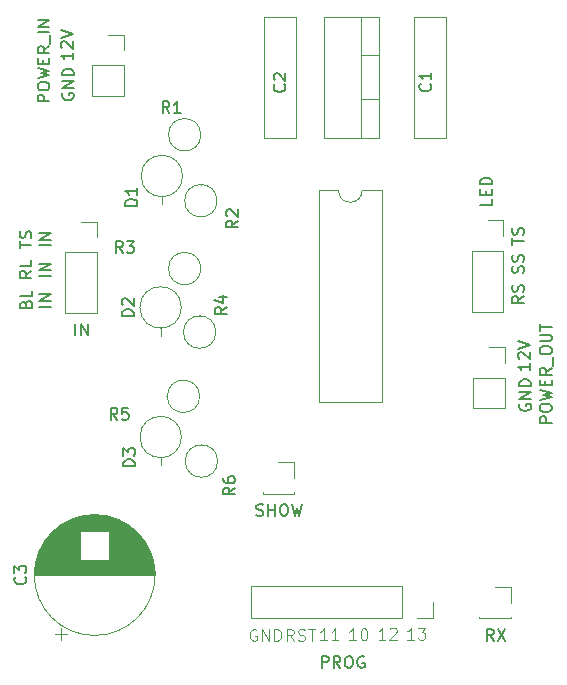
<source format=gto>
G04 #@! TF.GenerationSoftware,KiCad,Pcbnew,7.0.7*
G04 #@! TF.CreationDate,2023-09-08T10:26:21-07:00*
G04 #@! TF.ProjectId,TailLights,5461696c-4c69-4676-9874-732e6b696361,rev?*
G04 #@! TF.SameCoordinates,Original*
G04 #@! TF.FileFunction,Legend,Top*
G04 #@! TF.FilePolarity,Positive*
%FSLAX46Y46*%
G04 Gerber Fmt 4.6, Leading zero omitted, Abs format (unit mm)*
G04 Created by KiCad (PCBNEW 7.0.7) date 2023-09-08 10:26:21*
%MOMM*%
%LPD*%
G01*
G04 APERTURE LIST*
%ADD10C,0.150000*%
%ADD11C,0.125000*%
%ADD12C,0.120000*%
%ADD13C,1.600000*%
%ADD14O,1.600000X1.600000*%
%ADD15R,1.700000X1.700000*%
%ADD16O,1.700000X1.700000*%
%ADD17C,2.200000*%
%ADD18R,2.000000X2.000000*%
%ADD19C,2.000000*%
%ADD20R,1.600000X1.600000*%
%ADD21R,2.000000X1.905000*%
%ADD22O,2.000000X1.905000*%
%ADD23R,2.200000X2.200000*%
%ADD24O,2.200000X2.200000*%
G04 APERTURE END LIST*
D10*
X58797819Y-39576211D02*
X58797819Y-40147639D01*
X58797819Y-39861925D02*
X57797819Y-39861925D01*
X57797819Y-39861925D02*
X57940676Y-39957163D01*
X57940676Y-39957163D02*
X58035914Y-40052401D01*
X58035914Y-40052401D02*
X58083533Y-40147639D01*
X57893057Y-39195258D02*
X57845438Y-39147639D01*
X57845438Y-39147639D02*
X57797819Y-39052401D01*
X57797819Y-39052401D02*
X57797819Y-38814306D01*
X57797819Y-38814306D02*
X57845438Y-38719068D01*
X57845438Y-38719068D02*
X57893057Y-38671449D01*
X57893057Y-38671449D02*
X57988295Y-38623830D01*
X57988295Y-38623830D02*
X58083533Y-38623830D01*
X58083533Y-38623830D02*
X58226390Y-38671449D01*
X58226390Y-38671449D02*
X58797819Y-39242877D01*
X58797819Y-39242877D02*
X58797819Y-38623830D01*
X57797819Y-38338115D02*
X58797819Y-38004782D01*
X58797819Y-38004782D02*
X57797819Y-37671449D01*
X57947038Y-43030611D02*
X57899419Y-43125849D01*
X57899419Y-43125849D02*
X57899419Y-43268706D01*
X57899419Y-43268706D02*
X57947038Y-43411563D01*
X57947038Y-43411563D02*
X58042276Y-43506801D01*
X58042276Y-43506801D02*
X58137514Y-43554420D01*
X58137514Y-43554420D02*
X58327990Y-43602039D01*
X58327990Y-43602039D02*
X58470847Y-43602039D01*
X58470847Y-43602039D02*
X58661323Y-43554420D01*
X58661323Y-43554420D02*
X58756561Y-43506801D01*
X58756561Y-43506801D02*
X58851800Y-43411563D01*
X58851800Y-43411563D02*
X58899419Y-43268706D01*
X58899419Y-43268706D02*
X58899419Y-43173468D01*
X58899419Y-43173468D02*
X58851800Y-43030611D01*
X58851800Y-43030611D02*
X58804180Y-42982992D01*
X58804180Y-42982992D02*
X58470847Y-42982992D01*
X58470847Y-42982992D02*
X58470847Y-43173468D01*
X58899419Y-42554420D02*
X57899419Y-42554420D01*
X57899419Y-42554420D02*
X58899419Y-41982992D01*
X58899419Y-41982992D02*
X57899419Y-41982992D01*
X58899419Y-41506801D02*
X57899419Y-41506801D01*
X57899419Y-41506801D02*
X57899419Y-41268706D01*
X57899419Y-41268706D02*
X57947038Y-41125849D01*
X57947038Y-41125849D02*
X58042276Y-41030611D01*
X58042276Y-41030611D02*
X58137514Y-40982992D01*
X58137514Y-40982992D02*
X58327990Y-40935373D01*
X58327990Y-40935373D02*
X58470847Y-40935373D01*
X58470847Y-40935373D02*
X58661323Y-40982992D01*
X58661323Y-40982992D02*
X58756561Y-41030611D01*
X58756561Y-41030611D02*
X58851800Y-41125849D01*
X58851800Y-41125849D02*
X58899419Y-41268706D01*
X58899419Y-41268706D02*
X58899419Y-41506801D01*
X54308219Y-56133904D02*
X54308219Y-55562476D01*
X55308219Y-55848190D02*
X54308219Y-55848190D01*
X55260600Y-55276761D02*
X55308219Y-55133904D01*
X55308219Y-55133904D02*
X55308219Y-54895809D01*
X55308219Y-54895809D02*
X55260600Y-54800571D01*
X55260600Y-54800571D02*
X55212980Y-54752952D01*
X55212980Y-54752952D02*
X55117742Y-54705333D01*
X55117742Y-54705333D02*
X55022504Y-54705333D01*
X55022504Y-54705333D02*
X54927266Y-54752952D01*
X54927266Y-54752952D02*
X54879647Y-54800571D01*
X54879647Y-54800571D02*
X54832028Y-54895809D01*
X54832028Y-54895809D02*
X54784409Y-55086285D01*
X54784409Y-55086285D02*
X54736790Y-55181523D01*
X54736790Y-55181523D02*
X54689171Y-55229142D01*
X54689171Y-55229142D02*
X54593933Y-55276761D01*
X54593933Y-55276761D02*
X54498695Y-55276761D01*
X54498695Y-55276761D02*
X54403457Y-55229142D01*
X54403457Y-55229142D02*
X54355838Y-55181523D01*
X54355838Y-55181523D02*
X54308219Y-55086285D01*
X54308219Y-55086285D02*
X54308219Y-54848190D01*
X54308219Y-54848190D02*
X54355838Y-54705333D01*
X56918219Y-55895808D02*
X55918219Y-55895808D01*
X56918219Y-55419618D02*
X55918219Y-55419618D01*
X55918219Y-55419618D02*
X56918219Y-54848190D01*
X56918219Y-54848190D02*
X55918219Y-54848190D01*
X55308219Y-58058038D02*
X54832028Y-58391371D01*
X55308219Y-58629466D02*
X54308219Y-58629466D01*
X54308219Y-58629466D02*
X54308219Y-58248514D01*
X54308219Y-58248514D02*
X54355838Y-58153276D01*
X54355838Y-58153276D02*
X54403457Y-58105657D01*
X54403457Y-58105657D02*
X54498695Y-58058038D01*
X54498695Y-58058038D02*
X54641552Y-58058038D01*
X54641552Y-58058038D02*
X54736790Y-58105657D01*
X54736790Y-58105657D02*
X54784409Y-58153276D01*
X54784409Y-58153276D02*
X54832028Y-58248514D01*
X54832028Y-58248514D02*
X54832028Y-58629466D01*
X55308219Y-57153276D02*
X55308219Y-57629466D01*
X55308219Y-57629466D02*
X54308219Y-57629466D01*
X56918219Y-58486608D02*
X55918219Y-58486608D01*
X56918219Y-58010418D02*
X55918219Y-58010418D01*
X55918219Y-58010418D02*
X56918219Y-57438990D01*
X56918219Y-57438990D02*
X55918219Y-57438990D01*
X54835209Y-60886933D02*
X54882828Y-60744076D01*
X54882828Y-60744076D02*
X54930447Y-60696457D01*
X54930447Y-60696457D02*
X55025685Y-60648838D01*
X55025685Y-60648838D02*
X55168542Y-60648838D01*
X55168542Y-60648838D02*
X55263780Y-60696457D01*
X55263780Y-60696457D02*
X55311400Y-60744076D01*
X55311400Y-60744076D02*
X55359019Y-60839314D01*
X55359019Y-60839314D02*
X55359019Y-61220266D01*
X55359019Y-61220266D02*
X54359019Y-61220266D01*
X54359019Y-61220266D02*
X54359019Y-60886933D01*
X54359019Y-60886933D02*
X54406638Y-60791695D01*
X54406638Y-60791695D02*
X54454257Y-60744076D01*
X54454257Y-60744076D02*
X54549495Y-60696457D01*
X54549495Y-60696457D02*
X54644733Y-60696457D01*
X54644733Y-60696457D02*
X54739971Y-60744076D01*
X54739971Y-60744076D02*
X54787590Y-60791695D01*
X54787590Y-60791695D02*
X54835209Y-60886933D01*
X54835209Y-60886933D02*
X54835209Y-61220266D01*
X55359019Y-59744076D02*
X55359019Y-60220266D01*
X55359019Y-60220266D02*
X54359019Y-60220266D01*
X56969019Y-61077408D02*
X55969019Y-61077408D01*
X56969019Y-60601218D02*
X55969019Y-60601218D01*
X55969019Y-60601218D02*
X56969019Y-60029790D01*
X56969019Y-60029790D02*
X55969019Y-60029790D01*
D11*
X74351740Y-88428338D02*
X74256502Y-88380719D01*
X74256502Y-88380719D02*
X74113645Y-88380719D01*
X74113645Y-88380719D02*
X73970788Y-88428338D01*
X73970788Y-88428338D02*
X73875550Y-88523576D01*
X73875550Y-88523576D02*
X73827931Y-88618814D01*
X73827931Y-88618814D02*
X73780312Y-88809290D01*
X73780312Y-88809290D02*
X73780312Y-88952147D01*
X73780312Y-88952147D02*
X73827931Y-89142623D01*
X73827931Y-89142623D02*
X73875550Y-89237861D01*
X73875550Y-89237861D02*
X73970788Y-89333100D01*
X73970788Y-89333100D02*
X74113645Y-89380719D01*
X74113645Y-89380719D02*
X74208883Y-89380719D01*
X74208883Y-89380719D02*
X74351740Y-89333100D01*
X74351740Y-89333100D02*
X74399359Y-89285480D01*
X74399359Y-89285480D02*
X74399359Y-88952147D01*
X74399359Y-88952147D02*
X74208883Y-88952147D01*
X74827931Y-89380719D02*
X74827931Y-88380719D01*
X74827931Y-88380719D02*
X75399359Y-89380719D01*
X75399359Y-89380719D02*
X75399359Y-88380719D01*
X75875550Y-89380719D02*
X75875550Y-88380719D01*
X75875550Y-88380719D02*
X76113645Y-88380719D01*
X76113645Y-88380719D02*
X76256502Y-88428338D01*
X76256502Y-88428338D02*
X76351740Y-88523576D01*
X76351740Y-88523576D02*
X76399359Y-88618814D01*
X76399359Y-88618814D02*
X76446978Y-88809290D01*
X76446978Y-88809290D02*
X76446978Y-88952147D01*
X76446978Y-88952147D02*
X76399359Y-89142623D01*
X76399359Y-89142623D02*
X76351740Y-89237861D01*
X76351740Y-89237861D02*
X76256502Y-89333100D01*
X76256502Y-89333100D02*
X76113645Y-89380719D01*
X76113645Y-89380719D02*
X75875550Y-89380719D01*
X77498159Y-89380719D02*
X77164826Y-88904528D01*
X76926731Y-89380719D02*
X76926731Y-88380719D01*
X76926731Y-88380719D02*
X77307683Y-88380719D01*
X77307683Y-88380719D02*
X77402921Y-88428338D01*
X77402921Y-88428338D02*
X77450540Y-88475957D01*
X77450540Y-88475957D02*
X77498159Y-88571195D01*
X77498159Y-88571195D02*
X77498159Y-88714052D01*
X77498159Y-88714052D02*
X77450540Y-88809290D01*
X77450540Y-88809290D02*
X77402921Y-88856909D01*
X77402921Y-88856909D02*
X77307683Y-88904528D01*
X77307683Y-88904528D02*
X76926731Y-88904528D01*
X77879112Y-89333100D02*
X78021969Y-89380719D01*
X78021969Y-89380719D02*
X78260064Y-89380719D01*
X78260064Y-89380719D02*
X78355302Y-89333100D01*
X78355302Y-89333100D02*
X78402921Y-89285480D01*
X78402921Y-89285480D02*
X78450540Y-89190242D01*
X78450540Y-89190242D02*
X78450540Y-89095004D01*
X78450540Y-89095004D02*
X78402921Y-88999766D01*
X78402921Y-88999766D02*
X78355302Y-88952147D01*
X78355302Y-88952147D02*
X78260064Y-88904528D01*
X78260064Y-88904528D02*
X78069588Y-88856909D01*
X78069588Y-88856909D02*
X77974350Y-88809290D01*
X77974350Y-88809290D02*
X77926731Y-88761671D01*
X77926731Y-88761671D02*
X77879112Y-88666433D01*
X77879112Y-88666433D02*
X77879112Y-88571195D01*
X77879112Y-88571195D02*
X77926731Y-88475957D01*
X77926731Y-88475957D02*
X77974350Y-88428338D01*
X77974350Y-88428338D02*
X78069588Y-88380719D01*
X78069588Y-88380719D02*
X78307683Y-88380719D01*
X78307683Y-88380719D02*
X78450540Y-88428338D01*
X78736255Y-88380719D02*
X79307683Y-88380719D01*
X79021969Y-89380719D02*
X79021969Y-88380719D01*
X80346140Y-89329919D02*
X79774712Y-89329919D01*
X80060426Y-89329919D02*
X80060426Y-88329919D01*
X80060426Y-88329919D02*
X79965188Y-88472776D01*
X79965188Y-88472776D02*
X79869950Y-88568014D01*
X79869950Y-88568014D02*
X79774712Y-88615633D01*
X81298521Y-89329919D02*
X80727093Y-89329919D01*
X81012807Y-89329919D02*
X81012807Y-88329919D01*
X81012807Y-88329919D02*
X80917569Y-88472776D01*
X80917569Y-88472776D02*
X80822331Y-88568014D01*
X80822331Y-88568014D02*
X80727093Y-88615633D01*
X82784540Y-89329919D02*
X82213112Y-89329919D01*
X82498826Y-89329919D02*
X82498826Y-88329919D01*
X82498826Y-88329919D02*
X82403588Y-88472776D01*
X82403588Y-88472776D02*
X82308350Y-88568014D01*
X82308350Y-88568014D02*
X82213112Y-88615633D01*
X83403588Y-88329919D02*
X83498826Y-88329919D01*
X83498826Y-88329919D02*
X83594064Y-88377538D01*
X83594064Y-88377538D02*
X83641683Y-88425157D01*
X83641683Y-88425157D02*
X83689302Y-88520395D01*
X83689302Y-88520395D02*
X83736921Y-88710871D01*
X83736921Y-88710871D02*
X83736921Y-88948966D01*
X83736921Y-88948966D02*
X83689302Y-89139442D01*
X83689302Y-89139442D02*
X83641683Y-89234680D01*
X83641683Y-89234680D02*
X83594064Y-89282300D01*
X83594064Y-89282300D02*
X83498826Y-89329919D01*
X83498826Y-89329919D02*
X83403588Y-89329919D01*
X83403588Y-89329919D02*
X83308350Y-89282300D01*
X83308350Y-89282300D02*
X83260731Y-89234680D01*
X83260731Y-89234680D02*
X83213112Y-89139442D01*
X83213112Y-89139442D02*
X83165493Y-88948966D01*
X83165493Y-88948966D02*
X83165493Y-88710871D01*
X83165493Y-88710871D02*
X83213112Y-88520395D01*
X83213112Y-88520395D02*
X83260731Y-88425157D01*
X83260731Y-88425157D02*
X83308350Y-88377538D01*
X83308350Y-88377538D02*
X83403588Y-88329919D01*
X85273740Y-89279119D02*
X84702312Y-89279119D01*
X84988026Y-89279119D02*
X84988026Y-88279119D01*
X84988026Y-88279119D02*
X84892788Y-88421976D01*
X84892788Y-88421976D02*
X84797550Y-88517214D01*
X84797550Y-88517214D02*
X84702312Y-88564833D01*
X85654693Y-88374357D02*
X85702312Y-88326738D01*
X85702312Y-88326738D02*
X85797550Y-88279119D01*
X85797550Y-88279119D02*
X86035645Y-88279119D01*
X86035645Y-88279119D02*
X86130883Y-88326738D01*
X86130883Y-88326738D02*
X86178502Y-88374357D01*
X86178502Y-88374357D02*
X86226121Y-88469595D01*
X86226121Y-88469595D02*
X86226121Y-88564833D01*
X86226121Y-88564833D02*
X86178502Y-88707690D01*
X86178502Y-88707690D02*
X85607074Y-89279119D01*
X85607074Y-89279119D02*
X86226121Y-89279119D01*
X87712140Y-89279119D02*
X87140712Y-89279119D01*
X87426426Y-89279119D02*
X87426426Y-88279119D01*
X87426426Y-88279119D02*
X87331188Y-88421976D01*
X87331188Y-88421976D02*
X87235950Y-88517214D01*
X87235950Y-88517214D02*
X87140712Y-88564833D01*
X88045474Y-88279119D02*
X88664521Y-88279119D01*
X88664521Y-88279119D02*
X88331188Y-88660071D01*
X88331188Y-88660071D02*
X88474045Y-88660071D01*
X88474045Y-88660071D02*
X88569283Y-88707690D01*
X88569283Y-88707690D02*
X88616902Y-88755309D01*
X88616902Y-88755309D02*
X88664521Y-88850547D01*
X88664521Y-88850547D02*
X88664521Y-89088642D01*
X88664521Y-89088642D02*
X88616902Y-89183880D01*
X88616902Y-89183880D02*
X88569283Y-89231500D01*
X88569283Y-89231500D02*
X88474045Y-89279119D01*
X88474045Y-89279119D02*
X88188331Y-89279119D01*
X88188331Y-89279119D02*
X88093093Y-89231500D01*
X88093093Y-89231500D02*
X88045474Y-89183880D01*
D10*
X96656638Y-69345011D02*
X96609019Y-69440249D01*
X96609019Y-69440249D02*
X96609019Y-69583106D01*
X96609019Y-69583106D02*
X96656638Y-69725963D01*
X96656638Y-69725963D02*
X96751876Y-69821201D01*
X96751876Y-69821201D02*
X96847114Y-69868820D01*
X96847114Y-69868820D02*
X97037590Y-69916439D01*
X97037590Y-69916439D02*
X97180447Y-69916439D01*
X97180447Y-69916439D02*
X97370923Y-69868820D01*
X97370923Y-69868820D02*
X97466161Y-69821201D01*
X97466161Y-69821201D02*
X97561400Y-69725963D01*
X97561400Y-69725963D02*
X97609019Y-69583106D01*
X97609019Y-69583106D02*
X97609019Y-69487868D01*
X97609019Y-69487868D02*
X97561400Y-69345011D01*
X97561400Y-69345011D02*
X97513780Y-69297392D01*
X97513780Y-69297392D02*
X97180447Y-69297392D01*
X97180447Y-69297392D02*
X97180447Y-69487868D01*
X97609019Y-68868820D02*
X96609019Y-68868820D01*
X96609019Y-68868820D02*
X97609019Y-68297392D01*
X97609019Y-68297392D02*
X96609019Y-68297392D01*
X97609019Y-67821201D02*
X96609019Y-67821201D01*
X96609019Y-67821201D02*
X96609019Y-67583106D01*
X96609019Y-67583106D02*
X96656638Y-67440249D01*
X96656638Y-67440249D02*
X96751876Y-67345011D01*
X96751876Y-67345011D02*
X96847114Y-67297392D01*
X96847114Y-67297392D02*
X97037590Y-67249773D01*
X97037590Y-67249773D02*
X97180447Y-67249773D01*
X97180447Y-67249773D02*
X97370923Y-67297392D01*
X97370923Y-67297392D02*
X97466161Y-67345011D01*
X97466161Y-67345011D02*
X97561400Y-67440249D01*
X97561400Y-67440249D02*
X97609019Y-67583106D01*
X97609019Y-67583106D02*
X97609019Y-67821201D01*
X97507419Y-65890611D02*
X97507419Y-66462039D01*
X97507419Y-66176325D02*
X96507419Y-66176325D01*
X96507419Y-66176325D02*
X96650276Y-66271563D01*
X96650276Y-66271563D02*
X96745514Y-66366801D01*
X96745514Y-66366801D02*
X96793133Y-66462039D01*
X96602657Y-65509658D02*
X96555038Y-65462039D01*
X96555038Y-65462039D02*
X96507419Y-65366801D01*
X96507419Y-65366801D02*
X96507419Y-65128706D01*
X96507419Y-65128706D02*
X96555038Y-65033468D01*
X96555038Y-65033468D02*
X96602657Y-64985849D01*
X96602657Y-64985849D02*
X96697895Y-64938230D01*
X96697895Y-64938230D02*
X96793133Y-64938230D01*
X96793133Y-64938230D02*
X96935990Y-64985849D01*
X96935990Y-64985849D02*
X97507419Y-65557277D01*
X97507419Y-65557277D02*
X97507419Y-64938230D01*
X96507419Y-64652515D02*
X97507419Y-64319182D01*
X97507419Y-64319182D02*
X96507419Y-63985849D01*
X96999419Y-60204192D02*
X96523228Y-60537525D01*
X96999419Y-60775620D02*
X95999419Y-60775620D01*
X95999419Y-60775620D02*
X95999419Y-60394668D01*
X95999419Y-60394668D02*
X96047038Y-60299430D01*
X96047038Y-60299430D02*
X96094657Y-60251811D01*
X96094657Y-60251811D02*
X96189895Y-60204192D01*
X96189895Y-60204192D02*
X96332752Y-60204192D01*
X96332752Y-60204192D02*
X96427990Y-60251811D01*
X96427990Y-60251811D02*
X96475609Y-60299430D01*
X96475609Y-60299430D02*
X96523228Y-60394668D01*
X96523228Y-60394668D02*
X96523228Y-60775620D01*
X96951800Y-59823239D02*
X96999419Y-59680382D01*
X96999419Y-59680382D02*
X96999419Y-59442287D01*
X96999419Y-59442287D02*
X96951800Y-59347049D01*
X96951800Y-59347049D02*
X96904180Y-59299430D01*
X96904180Y-59299430D02*
X96808942Y-59251811D01*
X96808942Y-59251811D02*
X96713704Y-59251811D01*
X96713704Y-59251811D02*
X96618466Y-59299430D01*
X96618466Y-59299430D02*
X96570847Y-59347049D01*
X96570847Y-59347049D02*
X96523228Y-59442287D01*
X96523228Y-59442287D02*
X96475609Y-59632763D01*
X96475609Y-59632763D02*
X96427990Y-59728001D01*
X96427990Y-59728001D02*
X96380371Y-59775620D01*
X96380371Y-59775620D02*
X96285133Y-59823239D01*
X96285133Y-59823239D02*
X96189895Y-59823239D01*
X96189895Y-59823239D02*
X96094657Y-59775620D01*
X96094657Y-59775620D02*
X96047038Y-59728001D01*
X96047038Y-59728001D02*
X95999419Y-59632763D01*
X95999419Y-59632763D02*
X95999419Y-59394668D01*
X95999419Y-59394668D02*
X96047038Y-59251811D01*
X96951800Y-58232439D02*
X96999419Y-58089582D01*
X96999419Y-58089582D02*
X96999419Y-57851487D01*
X96999419Y-57851487D02*
X96951800Y-57756249D01*
X96951800Y-57756249D02*
X96904180Y-57708630D01*
X96904180Y-57708630D02*
X96808942Y-57661011D01*
X96808942Y-57661011D02*
X96713704Y-57661011D01*
X96713704Y-57661011D02*
X96618466Y-57708630D01*
X96618466Y-57708630D02*
X96570847Y-57756249D01*
X96570847Y-57756249D02*
X96523228Y-57851487D01*
X96523228Y-57851487D02*
X96475609Y-58041963D01*
X96475609Y-58041963D02*
X96427990Y-58137201D01*
X96427990Y-58137201D02*
X96380371Y-58184820D01*
X96380371Y-58184820D02*
X96285133Y-58232439D01*
X96285133Y-58232439D02*
X96189895Y-58232439D01*
X96189895Y-58232439D02*
X96094657Y-58184820D01*
X96094657Y-58184820D02*
X96047038Y-58137201D01*
X96047038Y-58137201D02*
X95999419Y-58041963D01*
X95999419Y-58041963D02*
X95999419Y-57803868D01*
X95999419Y-57803868D02*
X96047038Y-57661011D01*
X96951800Y-57280058D02*
X96999419Y-57137201D01*
X96999419Y-57137201D02*
X96999419Y-56899106D01*
X96999419Y-56899106D02*
X96951800Y-56803868D01*
X96951800Y-56803868D02*
X96904180Y-56756249D01*
X96904180Y-56756249D02*
X96808942Y-56708630D01*
X96808942Y-56708630D02*
X96713704Y-56708630D01*
X96713704Y-56708630D02*
X96618466Y-56756249D01*
X96618466Y-56756249D02*
X96570847Y-56803868D01*
X96570847Y-56803868D02*
X96523228Y-56899106D01*
X96523228Y-56899106D02*
X96475609Y-57089582D01*
X96475609Y-57089582D02*
X96427990Y-57184820D01*
X96427990Y-57184820D02*
X96380371Y-57232439D01*
X96380371Y-57232439D02*
X96285133Y-57280058D01*
X96285133Y-57280058D02*
X96189895Y-57280058D01*
X96189895Y-57280058D02*
X96094657Y-57232439D01*
X96094657Y-57232439D02*
X96047038Y-57184820D01*
X96047038Y-57184820D02*
X95999419Y-57089582D01*
X95999419Y-57089582D02*
X95999419Y-56851487D01*
X95999419Y-56851487D02*
X96047038Y-56708630D01*
X95999419Y-55838477D02*
X95999419Y-55267049D01*
X96999419Y-55552763D02*
X95999419Y-55552763D01*
X96951800Y-54981334D02*
X96999419Y-54838477D01*
X96999419Y-54838477D02*
X96999419Y-54600382D01*
X96999419Y-54600382D02*
X96951800Y-54505144D01*
X96951800Y-54505144D02*
X96904180Y-54457525D01*
X96904180Y-54457525D02*
X96808942Y-54409906D01*
X96808942Y-54409906D02*
X96713704Y-54409906D01*
X96713704Y-54409906D02*
X96618466Y-54457525D01*
X96618466Y-54457525D02*
X96570847Y-54505144D01*
X96570847Y-54505144D02*
X96523228Y-54600382D01*
X96523228Y-54600382D02*
X96475609Y-54790858D01*
X96475609Y-54790858D02*
X96427990Y-54886096D01*
X96427990Y-54886096D02*
X96380371Y-54933715D01*
X96380371Y-54933715D02*
X96285133Y-54981334D01*
X96285133Y-54981334D02*
X96189895Y-54981334D01*
X96189895Y-54981334D02*
X96094657Y-54933715D01*
X96094657Y-54933715D02*
X96047038Y-54886096D01*
X96047038Y-54886096D02*
X95999419Y-54790858D01*
X95999419Y-54790858D02*
X95999419Y-54552763D01*
X95999419Y-54552763D02*
X96047038Y-54409906D01*
X99336219Y-70935620D02*
X98336219Y-70935620D01*
X98336219Y-70935620D02*
X98336219Y-70554668D01*
X98336219Y-70554668D02*
X98383838Y-70459430D01*
X98383838Y-70459430D02*
X98431457Y-70411811D01*
X98431457Y-70411811D02*
X98526695Y-70364192D01*
X98526695Y-70364192D02*
X98669552Y-70364192D01*
X98669552Y-70364192D02*
X98764790Y-70411811D01*
X98764790Y-70411811D02*
X98812409Y-70459430D01*
X98812409Y-70459430D02*
X98860028Y-70554668D01*
X98860028Y-70554668D02*
X98860028Y-70935620D01*
X98336219Y-69745144D02*
X98336219Y-69554668D01*
X98336219Y-69554668D02*
X98383838Y-69459430D01*
X98383838Y-69459430D02*
X98479076Y-69364192D01*
X98479076Y-69364192D02*
X98669552Y-69316573D01*
X98669552Y-69316573D02*
X99002885Y-69316573D01*
X99002885Y-69316573D02*
X99193361Y-69364192D01*
X99193361Y-69364192D02*
X99288600Y-69459430D01*
X99288600Y-69459430D02*
X99336219Y-69554668D01*
X99336219Y-69554668D02*
X99336219Y-69745144D01*
X99336219Y-69745144D02*
X99288600Y-69840382D01*
X99288600Y-69840382D02*
X99193361Y-69935620D01*
X99193361Y-69935620D02*
X99002885Y-69983239D01*
X99002885Y-69983239D02*
X98669552Y-69983239D01*
X98669552Y-69983239D02*
X98479076Y-69935620D01*
X98479076Y-69935620D02*
X98383838Y-69840382D01*
X98383838Y-69840382D02*
X98336219Y-69745144D01*
X98336219Y-68983239D02*
X99336219Y-68745144D01*
X99336219Y-68745144D02*
X98621933Y-68554668D01*
X98621933Y-68554668D02*
X99336219Y-68364192D01*
X99336219Y-68364192D02*
X98336219Y-68126097D01*
X98812409Y-67745144D02*
X98812409Y-67411811D01*
X99336219Y-67268954D02*
X99336219Y-67745144D01*
X99336219Y-67745144D02*
X98336219Y-67745144D01*
X98336219Y-67745144D02*
X98336219Y-67268954D01*
X99336219Y-66268954D02*
X98860028Y-66602287D01*
X99336219Y-66840382D02*
X98336219Y-66840382D01*
X98336219Y-66840382D02*
X98336219Y-66459430D01*
X98336219Y-66459430D02*
X98383838Y-66364192D01*
X98383838Y-66364192D02*
X98431457Y-66316573D01*
X98431457Y-66316573D02*
X98526695Y-66268954D01*
X98526695Y-66268954D02*
X98669552Y-66268954D01*
X98669552Y-66268954D02*
X98764790Y-66316573D01*
X98764790Y-66316573D02*
X98812409Y-66364192D01*
X98812409Y-66364192D02*
X98860028Y-66459430D01*
X98860028Y-66459430D02*
X98860028Y-66840382D01*
X99431457Y-66078478D02*
X99431457Y-65316573D01*
X98336219Y-64888001D02*
X98336219Y-64697525D01*
X98336219Y-64697525D02*
X98383838Y-64602287D01*
X98383838Y-64602287D02*
X98479076Y-64507049D01*
X98479076Y-64507049D02*
X98669552Y-64459430D01*
X98669552Y-64459430D02*
X99002885Y-64459430D01*
X99002885Y-64459430D02*
X99193361Y-64507049D01*
X99193361Y-64507049D02*
X99288600Y-64602287D01*
X99288600Y-64602287D02*
X99336219Y-64697525D01*
X99336219Y-64697525D02*
X99336219Y-64888001D01*
X99336219Y-64888001D02*
X99288600Y-64983239D01*
X99288600Y-64983239D02*
X99193361Y-65078477D01*
X99193361Y-65078477D02*
X99002885Y-65126096D01*
X99002885Y-65126096D02*
X98669552Y-65126096D01*
X98669552Y-65126096D02*
X98479076Y-65078477D01*
X98479076Y-65078477D02*
X98383838Y-64983239D01*
X98383838Y-64983239D02*
X98336219Y-64888001D01*
X98336219Y-64030858D02*
X99145742Y-64030858D01*
X99145742Y-64030858D02*
X99240980Y-63983239D01*
X99240980Y-63983239D02*
X99288600Y-63935620D01*
X99288600Y-63935620D02*
X99336219Y-63840382D01*
X99336219Y-63840382D02*
X99336219Y-63649906D01*
X99336219Y-63649906D02*
X99288600Y-63554668D01*
X99288600Y-63554668D02*
X99240980Y-63507049D01*
X99240980Y-63507049D02*
X99145742Y-63459430D01*
X99145742Y-63459430D02*
X98336219Y-63459430D01*
X98336219Y-63126096D02*
X98336219Y-62554668D01*
X99336219Y-62840382D02*
X98336219Y-62840382D01*
X59010779Y-63522219D02*
X59010779Y-62522219D01*
X59486969Y-63522219D02*
X59486969Y-62522219D01*
X59486969Y-62522219D02*
X60058397Y-63522219D01*
X60058397Y-63522219D02*
X60058397Y-62522219D01*
X79889579Y-91665419D02*
X79889579Y-90665419D01*
X79889579Y-90665419D02*
X80270531Y-90665419D01*
X80270531Y-90665419D02*
X80365769Y-90713038D01*
X80365769Y-90713038D02*
X80413388Y-90760657D01*
X80413388Y-90760657D02*
X80461007Y-90855895D01*
X80461007Y-90855895D02*
X80461007Y-90998752D01*
X80461007Y-90998752D02*
X80413388Y-91093990D01*
X80413388Y-91093990D02*
X80365769Y-91141609D01*
X80365769Y-91141609D02*
X80270531Y-91189228D01*
X80270531Y-91189228D02*
X79889579Y-91189228D01*
X81461007Y-91665419D02*
X81127674Y-91189228D01*
X80889579Y-91665419D02*
X80889579Y-90665419D01*
X80889579Y-90665419D02*
X81270531Y-90665419D01*
X81270531Y-90665419D02*
X81365769Y-90713038D01*
X81365769Y-90713038D02*
X81413388Y-90760657D01*
X81413388Y-90760657D02*
X81461007Y-90855895D01*
X81461007Y-90855895D02*
X81461007Y-90998752D01*
X81461007Y-90998752D02*
X81413388Y-91093990D01*
X81413388Y-91093990D02*
X81365769Y-91141609D01*
X81365769Y-91141609D02*
X81270531Y-91189228D01*
X81270531Y-91189228D02*
X80889579Y-91189228D01*
X82080055Y-90665419D02*
X82270531Y-90665419D01*
X82270531Y-90665419D02*
X82365769Y-90713038D01*
X82365769Y-90713038D02*
X82461007Y-90808276D01*
X82461007Y-90808276D02*
X82508626Y-90998752D01*
X82508626Y-90998752D02*
X82508626Y-91332085D01*
X82508626Y-91332085D02*
X82461007Y-91522561D01*
X82461007Y-91522561D02*
X82365769Y-91617800D01*
X82365769Y-91617800D02*
X82270531Y-91665419D01*
X82270531Y-91665419D02*
X82080055Y-91665419D01*
X82080055Y-91665419D02*
X81984817Y-91617800D01*
X81984817Y-91617800D02*
X81889579Y-91522561D01*
X81889579Y-91522561D02*
X81841960Y-91332085D01*
X81841960Y-91332085D02*
X81841960Y-90998752D01*
X81841960Y-90998752D02*
X81889579Y-90808276D01*
X81889579Y-90808276D02*
X81984817Y-90713038D01*
X81984817Y-90713038D02*
X82080055Y-90665419D01*
X83461007Y-90713038D02*
X83365769Y-90665419D01*
X83365769Y-90665419D02*
X83222912Y-90665419D01*
X83222912Y-90665419D02*
X83080055Y-90713038D01*
X83080055Y-90713038D02*
X82984817Y-90808276D01*
X82984817Y-90808276D02*
X82937198Y-90903514D01*
X82937198Y-90903514D02*
X82889579Y-91093990D01*
X82889579Y-91093990D02*
X82889579Y-91236847D01*
X82889579Y-91236847D02*
X82937198Y-91427323D01*
X82937198Y-91427323D02*
X82984817Y-91522561D01*
X82984817Y-91522561D02*
X83080055Y-91617800D01*
X83080055Y-91617800D02*
X83222912Y-91665419D01*
X83222912Y-91665419D02*
X83318150Y-91665419D01*
X83318150Y-91665419D02*
X83461007Y-91617800D01*
X83461007Y-91617800D02*
X83508626Y-91570180D01*
X83508626Y-91570180D02*
X83508626Y-91236847D01*
X83508626Y-91236847D02*
X83318150Y-91236847D01*
X94431007Y-89379419D02*
X94097674Y-88903228D01*
X93859579Y-89379419D02*
X93859579Y-88379419D01*
X93859579Y-88379419D02*
X94240531Y-88379419D01*
X94240531Y-88379419D02*
X94335769Y-88427038D01*
X94335769Y-88427038D02*
X94383388Y-88474657D01*
X94383388Y-88474657D02*
X94431007Y-88569895D01*
X94431007Y-88569895D02*
X94431007Y-88712752D01*
X94431007Y-88712752D02*
X94383388Y-88807990D01*
X94383388Y-88807990D02*
X94335769Y-88855609D01*
X94335769Y-88855609D02*
X94240531Y-88903228D01*
X94240531Y-88903228D02*
X93859579Y-88903228D01*
X94764341Y-88379419D02*
X95431007Y-89379419D01*
X95431007Y-88379419D02*
X94764341Y-89379419D01*
X74355560Y-78765400D02*
X74498417Y-78813019D01*
X74498417Y-78813019D02*
X74736512Y-78813019D01*
X74736512Y-78813019D02*
X74831750Y-78765400D01*
X74831750Y-78765400D02*
X74879369Y-78717780D01*
X74879369Y-78717780D02*
X74926988Y-78622542D01*
X74926988Y-78622542D02*
X74926988Y-78527304D01*
X74926988Y-78527304D02*
X74879369Y-78432066D01*
X74879369Y-78432066D02*
X74831750Y-78384447D01*
X74831750Y-78384447D02*
X74736512Y-78336828D01*
X74736512Y-78336828D02*
X74546036Y-78289209D01*
X74546036Y-78289209D02*
X74450798Y-78241590D01*
X74450798Y-78241590D02*
X74403179Y-78193971D01*
X74403179Y-78193971D02*
X74355560Y-78098733D01*
X74355560Y-78098733D02*
X74355560Y-78003495D01*
X74355560Y-78003495D02*
X74403179Y-77908257D01*
X74403179Y-77908257D02*
X74450798Y-77860638D01*
X74450798Y-77860638D02*
X74546036Y-77813019D01*
X74546036Y-77813019D02*
X74784131Y-77813019D01*
X74784131Y-77813019D02*
X74926988Y-77860638D01*
X75355560Y-78813019D02*
X75355560Y-77813019D01*
X75355560Y-78289209D02*
X75926988Y-78289209D01*
X75926988Y-78813019D02*
X75926988Y-77813019D01*
X76593655Y-77813019D02*
X76784131Y-77813019D01*
X76784131Y-77813019D02*
X76879369Y-77860638D01*
X76879369Y-77860638D02*
X76974607Y-77955876D01*
X76974607Y-77955876D02*
X77022226Y-78146352D01*
X77022226Y-78146352D02*
X77022226Y-78479685D01*
X77022226Y-78479685D02*
X76974607Y-78670161D01*
X76974607Y-78670161D02*
X76879369Y-78765400D01*
X76879369Y-78765400D02*
X76784131Y-78813019D01*
X76784131Y-78813019D02*
X76593655Y-78813019D01*
X76593655Y-78813019D02*
X76498417Y-78765400D01*
X76498417Y-78765400D02*
X76403179Y-78670161D01*
X76403179Y-78670161D02*
X76355560Y-78479685D01*
X76355560Y-78479685D02*
X76355560Y-78146352D01*
X76355560Y-78146352D02*
X76403179Y-77955876D01*
X76403179Y-77955876D02*
X76498417Y-77860638D01*
X76498417Y-77860638D02*
X76593655Y-77813019D01*
X77355560Y-77813019D02*
X77593655Y-78813019D01*
X77593655Y-78813019D02*
X77784131Y-78098733D01*
X77784131Y-78098733D02*
X77974607Y-78813019D01*
X77974607Y-78813019D02*
X78212703Y-77813019D01*
X56816619Y-43706820D02*
X55816619Y-43706820D01*
X55816619Y-43706820D02*
X55816619Y-43325868D01*
X55816619Y-43325868D02*
X55864238Y-43230630D01*
X55864238Y-43230630D02*
X55911857Y-43183011D01*
X55911857Y-43183011D02*
X56007095Y-43135392D01*
X56007095Y-43135392D02*
X56149952Y-43135392D01*
X56149952Y-43135392D02*
X56245190Y-43183011D01*
X56245190Y-43183011D02*
X56292809Y-43230630D01*
X56292809Y-43230630D02*
X56340428Y-43325868D01*
X56340428Y-43325868D02*
X56340428Y-43706820D01*
X55816619Y-42516344D02*
X55816619Y-42325868D01*
X55816619Y-42325868D02*
X55864238Y-42230630D01*
X55864238Y-42230630D02*
X55959476Y-42135392D01*
X55959476Y-42135392D02*
X56149952Y-42087773D01*
X56149952Y-42087773D02*
X56483285Y-42087773D01*
X56483285Y-42087773D02*
X56673761Y-42135392D01*
X56673761Y-42135392D02*
X56769000Y-42230630D01*
X56769000Y-42230630D02*
X56816619Y-42325868D01*
X56816619Y-42325868D02*
X56816619Y-42516344D01*
X56816619Y-42516344D02*
X56769000Y-42611582D01*
X56769000Y-42611582D02*
X56673761Y-42706820D01*
X56673761Y-42706820D02*
X56483285Y-42754439D01*
X56483285Y-42754439D02*
X56149952Y-42754439D01*
X56149952Y-42754439D02*
X55959476Y-42706820D01*
X55959476Y-42706820D02*
X55864238Y-42611582D01*
X55864238Y-42611582D02*
X55816619Y-42516344D01*
X55816619Y-41754439D02*
X56816619Y-41516344D01*
X56816619Y-41516344D02*
X56102333Y-41325868D01*
X56102333Y-41325868D02*
X56816619Y-41135392D01*
X56816619Y-41135392D02*
X55816619Y-40897297D01*
X56292809Y-40516344D02*
X56292809Y-40183011D01*
X56816619Y-40040154D02*
X56816619Y-40516344D01*
X56816619Y-40516344D02*
X55816619Y-40516344D01*
X55816619Y-40516344D02*
X55816619Y-40040154D01*
X56816619Y-39040154D02*
X56340428Y-39373487D01*
X56816619Y-39611582D02*
X55816619Y-39611582D01*
X55816619Y-39611582D02*
X55816619Y-39230630D01*
X55816619Y-39230630D02*
X55864238Y-39135392D01*
X55864238Y-39135392D02*
X55911857Y-39087773D01*
X55911857Y-39087773D02*
X56007095Y-39040154D01*
X56007095Y-39040154D02*
X56149952Y-39040154D01*
X56149952Y-39040154D02*
X56245190Y-39087773D01*
X56245190Y-39087773D02*
X56292809Y-39135392D01*
X56292809Y-39135392D02*
X56340428Y-39230630D01*
X56340428Y-39230630D02*
X56340428Y-39611582D01*
X56911857Y-38849678D02*
X56911857Y-38087773D01*
X56816619Y-37849677D02*
X55816619Y-37849677D01*
X56816619Y-37373487D02*
X55816619Y-37373487D01*
X55816619Y-37373487D02*
X56816619Y-36802059D01*
X56816619Y-36802059D02*
X55816619Y-36802059D01*
X94307019Y-51968230D02*
X94307019Y-52444420D01*
X94307019Y-52444420D02*
X93307019Y-52444420D01*
X93783209Y-51634896D02*
X93783209Y-51301563D01*
X94307019Y-51158706D02*
X94307019Y-51634896D01*
X94307019Y-51634896D02*
X93307019Y-51634896D01*
X93307019Y-51634896D02*
X93307019Y-51158706D01*
X94307019Y-50730134D02*
X93307019Y-50730134D01*
X93307019Y-50730134D02*
X93307019Y-50492039D01*
X93307019Y-50492039D02*
X93354638Y-50349182D01*
X93354638Y-50349182D02*
X93449876Y-50253944D01*
X93449876Y-50253944D02*
X93545114Y-50206325D01*
X93545114Y-50206325D02*
X93735590Y-50158706D01*
X93735590Y-50158706D02*
X93878447Y-50158706D01*
X93878447Y-50158706D02*
X94068923Y-50206325D01*
X94068923Y-50206325D02*
X94164161Y-50253944D01*
X94164161Y-50253944D02*
X94259400Y-50349182D01*
X94259400Y-50349182D02*
X94307019Y-50492039D01*
X94307019Y-50492039D02*
X94307019Y-50730134D01*
X71828819Y-61126666D02*
X71352628Y-61459999D01*
X71828819Y-61698094D02*
X70828819Y-61698094D01*
X70828819Y-61698094D02*
X70828819Y-61317142D01*
X70828819Y-61317142D02*
X70876438Y-61221904D01*
X70876438Y-61221904D02*
X70924057Y-61174285D01*
X70924057Y-61174285D02*
X71019295Y-61126666D01*
X71019295Y-61126666D02*
X71162152Y-61126666D01*
X71162152Y-61126666D02*
X71257390Y-61174285D01*
X71257390Y-61174285D02*
X71305009Y-61221904D01*
X71305009Y-61221904D02*
X71352628Y-61317142D01*
X71352628Y-61317142D02*
X71352628Y-61698094D01*
X71162152Y-60269523D02*
X71828819Y-60269523D01*
X70781200Y-60507618D02*
X71495485Y-60745713D01*
X71495485Y-60745713D02*
X71495485Y-60126666D01*
X62571333Y-70660419D02*
X62238000Y-70184228D01*
X61999905Y-70660419D02*
X61999905Y-69660419D01*
X61999905Y-69660419D02*
X62380857Y-69660419D01*
X62380857Y-69660419D02*
X62476095Y-69708038D01*
X62476095Y-69708038D02*
X62523714Y-69755657D01*
X62523714Y-69755657D02*
X62571333Y-69850895D01*
X62571333Y-69850895D02*
X62571333Y-69993752D01*
X62571333Y-69993752D02*
X62523714Y-70088990D01*
X62523714Y-70088990D02*
X62476095Y-70136609D01*
X62476095Y-70136609D02*
X62380857Y-70184228D01*
X62380857Y-70184228D02*
X61999905Y-70184228D01*
X63476095Y-69660419D02*
X62999905Y-69660419D01*
X62999905Y-69660419D02*
X62952286Y-70136609D01*
X62952286Y-70136609D02*
X62999905Y-70088990D01*
X62999905Y-70088990D02*
X63095143Y-70041371D01*
X63095143Y-70041371D02*
X63333238Y-70041371D01*
X63333238Y-70041371D02*
X63428476Y-70088990D01*
X63428476Y-70088990D02*
X63476095Y-70136609D01*
X63476095Y-70136609D02*
X63523714Y-70231847D01*
X63523714Y-70231847D02*
X63523714Y-70469942D01*
X63523714Y-70469942D02*
X63476095Y-70565180D01*
X63476095Y-70565180D02*
X63428476Y-70612800D01*
X63428476Y-70612800D02*
X63333238Y-70660419D01*
X63333238Y-70660419D02*
X63095143Y-70660419D01*
X63095143Y-70660419D02*
X62999905Y-70612800D01*
X62999905Y-70612800D02*
X62952286Y-70565180D01*
X63028533Y-56538019D02*
X62695200Y-56061828D01*
X62457105Y-56538019D02*
X62457105Y-55538019D01*
X62457105Y-55538019D02*
X62838057Y-55538019D01*
X62838057Y-55538019D02*
X62933295Y-55585638D01*
X62933295Y-55585638D02*
X62980914Y-55633257D01*
X62980914Y-55633257D02*
X63028533Y-55728495D01*
X63028533Y-55728495D02*
X63028533Y-55871352D01*
X63028533Y-55871352D02*
X62980914Y-55966590D01*
X62980914Y-55966590D02*
X62933295Y-56014209D01*
X62933295Y-56014209D02*
X62838057Y-56061828D01*
X62838057Y-56061828D02*
X62457105Y-56061828D01*
X63361867Y-55538019D02*
X63980914Y-55538019D01*
X63980914Y-55538019D02*
X63647581Y-55918971D01*
X63647581Y-55918971D02*
X63790438Y-55918971D01*
X63790438Y-55918971D02*
X63885676Y-55966590D01*
X63885676Y-55966590D02*
X63933295Y-56014209D01*
X63933295Y-56014209D02*
X63980914Y-56109447D01*
X63980914Y-56109447D02*
X63980914Y-56347542D01*
X63980914Y-56347542D02*
X63933295Y-56442780D01*
X63933295Y-56442780D02*
X63885676Y-56490400D01*
X63885676Y-56490400D02*
X63790438Y-56538019D01*
X63790438Y-56538019D02*
X63504724Y-56538019D01*
X63504724Y-56538019D02*
X63409486Y-56490400D01*
X63409486Y-56490400D02*
X63361867Y-56442780D01*
X72794019Y-53811466D02*
X72317828Y-54144799D01*
X72794019Y-54382894D02*
X71794019Y-54382894D01*
X71794019Y-54382894D02*
X71794019Y-54001942D01*
X71794019Y-54001942D02*
X71841638Y-53906704D01*
X71841638Y-53906704D02*
X71889257Y-53859085D01*
X71889257Y-53859085D02*
X71984495Y-53811466D01*
X71984495Y-53811466D02*
X72127352Y-53811466D01*
X72127352Y-53811466D02*
X72222590Y-53859085D01*
X72222590Y-53859085D02*
X72270209Y-53906704D01*
X72270209Y-53906704D02*
X72317828Y-54001942D01*
X72317828Y-54001942D02*
X72317828Y-54382894D01*
X71889257Y-53430513D02*
X71841638Y-53382894D01*
X71841638Y-53382894D02*
X71794019Y-53287656D01*
X71794019Y-53287656D02*
X71794019Y-53049561D01*
X71794019Y-53049561D02*
X71841638Y-52954323D01*
X71841638Y-52954323D02*
X71889257Y-52906704D01*
X71889257Y-52906704D02*
X71984495Y-52859085D01*
X71984495Y-52859085D02*
X72079733Y-52859085D01*
X72079733Y-52859085D02*
X72222590Y-52906704D01*
X72222590Y-52906704D02*
X72794019Y-53478132D01*
X72794019Y-53478132D02*
X72794019Y-52859085D01*
X54764780Y-83975866D02*
X54812400Y-84023485D01*
X54812400Y-84023485D02*
X54860019Y-84166342D01*
X54860019Y-84166342D02*
X54860019Y-84261580D01*
X54860019Y-84261580D02*
X54812400Y-84404437D01*
X54812400Y-84404437D02*
X54717161Y-84499675D01*
X54717161Y-84499675D02*
X54621923Y-84547294D01*
X54621923Y-84547294D02*
X54431447Y-84594913D01*
X54431447Y-84594913D02*
X54288590Y-84594913D01*
X54288590Y-84594913D02*
X54098114Y-84547294D01*
X54098114Y-84547294D02*
X54002876Y-84499675D01*
X54002876Y-84499675D02*
X53907638Y-84404437D01*
X53907638Y-84404437D02*
X53860019Y-84261580D01*
X53860019Y-84261580D02*
X53860019Y-84166342D01*
X53860019Y-84166342D02*
X53907638Y-84023485D01*
X53907638Y-84023485D02*
X53955257Y-83975866D01*
X53860019Y-83642532D02*
X53860019Y-83023485D01*
X53860019Y-83023485D02*
X54240971Y-83356818D01*
X54240971Y-83356818D02*
X54240971Y-83213961D01*
X54240971Y-83213961D02*
X54288590Y-83118723D01*
X54288590Y-83118723D02*
X54336209Y-83071104D01*
X54336209Y-83071104D02*
X54431447Y-83023485D01*
X54431447Y-83023485D02*
X54669542Y-83023485D01*
X54669542Y-83023485D02*
X54764780Y-83071104D01*
X54764780Y-83071104D02*
X54812400Y-83118723D01*
X54812400Y-83118723D02*
X54860019Y-83213961D01*
X54860019Y-83213961D02*
X54860019Y-83499675D01*
X54860019Y-83499675D02*
X54812400Y-83594913D01*
X54812400Y-83594913D02*
X54764780Y-83642532D01*
X76711980Y-42279866D02*
X76759600Y-42327485D01*
X76759600Y-42327485D02*
X76807219Y-42470342D01*
X76807219Y-42470342D02*
X76807219Y-42565580D01*
X76807219Y-42565580D02*
X76759600Y-42708437D01*
X76759600Y-42708437D02*
X76664361Y-42803675D01*
X76664361Y-42803675D02*
X76569123Y-42851294D01*
X76569123Y-42851294D02*
X76378647Y-42898913D01*
X76378647Y-42898913D02*
X76235790Y-42898913D01*
X76235790Y-42898913D02*
X76045314Y-42851294D01*
X76045314Y-42851294D02*
X75950076Y-42803675D01*
X75950076Y-42803675D02*
X75854838Y-42708437D01*
X75854838Y-42708437D02*
X75807219Y-42565580D01*
X75807219Y-42565580D02*
X75807219Y-42470342D01*
X75807219Y-42470342D02*
X75854838Y-42327485D01*
X75854838Y-42327485D02*
X75902457Y-42279866D01*
X75902457Y-41898913D02*
X75854838Y-41851294D01*
X75854838Y-41851294D02*
X75807219Y-41756056D01*
X75807219Y-41756056D02*
X75807219Y-41517961D01*
X75807219Y-41517961D02*
X75854838Y-41422723D01*
X75854838Y-41422723D02*
X75902457Y-41375104D01*
X75902457Y-41375104D02*
X75997695Y-41327485D01*
X75997695Y-41327485D02*
X76092933Y-41327485D01*
X76092933Y-41327485D02*
X76235790Y-41375104D01*
X76235790Y-41375104D02*
X76807219Y-41946532D01*
X76807219Y-41946532D02*
X76807219Y-41327485D01*
X66990933Y-44701619D02*
X66657600Y-44225428D01*
X66419505Y-44701619D02*
X66419505Y-43701619D01*
X66419505Y-43701619D02*
X66800457Y-43701619D01*
X66800457Y-43701619D02*
X66895695Y-43749238D01*
X66895695Y-43749238D02*
X66943314Y-43796857D01*
X66943314Y-43796857D02*
X66990933Y-43892095D01*
X66990933Y-43892095D02*
X66990933Y-44034952D01*
X66990933Y-44034952D02*
X66943314Y-44130190D01*
X66943314Y-44130190D02*
X66895695Y-44177809D01*
X66895695Y-44177809D02*
X66800457Y-44225428D01*
X66800457Y-44225428D02*
X66419505Y-44225428D01*
X67943314Y-44701619D02*
X67371886Y-44701619D01*
X67657600Y-44701619D02*
X67657600Y-43701619D01*
X67657600Y-43701619D02*
X67562362Y-43844476D01*
X67562362Y-43844476D02*
X67467124Y-43939714D01*
X67467124Y-43939714D02*
X67371886Y-43987333D01*
X64056419Y-74601294D02*
X63056419Y-74601294D01*
X63056419Y-74601294D02*
X63056419Y-74363199D01*
X63056419Y-74363199D02*
X63104038Y-74220342D01*
X63104038Y-74220342D02*
X63199276Y-74125104D01*
X63199276Y-74125104D02*
X63294514Y-74077485D01*
X63294514Y-74077485D02*
X63484990Y-74029866D01*
X63484990Y-74029866D02*
X63627847Y-74029866D01*
X63627847Y-74029866D02*
X63818323Y-74077485D01*
X63818323Y-74077485D02*
X63913561Y-74125104D01*
X63913561Y-74125104D02*
X64008800Y-74220342D01*
X64008800Y-74220342D02*
X64056419Y-74363199D01*
X64056419Y-74363199D02*
X64056419Y-74601294D01*
X63056419Y-73696532D02*
X63056419Y-73077485D01*
X63056419Y-73077485D02*
X63437371Y-73410818D01*
X63437371Y-73410818D02*
X63437371Y-73267961D01*
X63437371Y-73267961D02*
X63484990Y-73172723D01*
X63484990Y-73172723D02*
X63532609Y-73125104D01*
X63532609Y-73125104D02*
X63627847Y-73077485D01*
X63627847Y-73077485D02*
X63865942Y-73077485D01*
X63865942Y-73077485D02*
X63961180Y-73125104D01*
X63961180Y-73125104D02*
X64008800Y-73172723D01*
X64008800Y-73172723D02*
X64056419Y-73267961D01*
X64056419Y-73267961D02*
X64056419Y-73553675D01*
X64056419Y-73553675D02*
X64008800Y-73648913D01*
X64008800Y-73648913D02*
X63961180Y-73696532D01*
X72540019Y-76417466D02*
X72063828Y-76750799D01*
X72540019Y-76988894D02*
X71540019Y-76988894D01*
X71540019Y-76988894D02*
X71540019Y-76607942D01*
X71540019Y-76607942D02*
X71587638Y-76512704D01*
X71587638Y-76512704D02*
X71635257Y-76465085D01*
X71635257Y-76465085D02*
X71730495Y-76417466D01*
X71730495Y-76417466D02*
X71873352Y-76417466D01*
X71873352Y-76417466D02*
X71968590Y-76465085D01*
X71968590Y-76465085D02*
X72016209Y-76512704D01*
X72016209Y-76512704D02*
X72063828Y-76607942D01*
X72063828Y-76607942D02*
X72063828Y-76988894D01*
X71540019Y-75560323D02*
X71540019Y-75750799D01*
X71540019Y-75750799D02*
X71587638Y-75846037D01*
X71587638Y-75846037D02*
X71635257Y-75893656D01*
X71635257Y-75893656D02*
X71778114Y-75988894D01*
X71778114Y-75988894D02*
X71968590Y-76036513D01*
X71968590Y-76036513D02*
X72349542Y-76036513D01*
X72349542Y-76036513D02*
X72444780Y-75988894D01*
X72444780Y-75988894D02*
X72492400Y-75941275D01*
X72492400Y-75941275D02*
X72540019Y-75846037D01*
X72540019Y-75846037D02*
X72540019Y-75655561D01*
X72540019Y-75655561D02*
X72492400Y-75560323D01*
X72492400Y-75560323D02*
X72444780Y-75512704D01*
X72444780Y-75512704D02*
X72349542Y-75465085D01*
X72349542Y-75465085D02*
X72111447Y-75465085D01*
X72111447Y-75465085D02*
X72016209Y-75512704D01*
X72016209Y-75512704D02*
X71968590Y-75560323D01*
X71968590Y-75560323D02*
X71920971Y-75655561D01*
X71920971Y-75655561D02*
X71920971Y-75846037D01*
X71920971Y-75846037D02*
X71968590Y-75941275D01*
X71968590Y-75941275D02*
X72016209Y-75988894D01*
X72016209Y-75988894D02*
X72111447Y-76036513D01*
X63954819Y-61901294D02*
X62954819Y-61901294D01*
X62954819Y-61901294D02*
X62954819Y-61663199D01*
X62954819Y-61663199D02*
X63002438Y-61520342D01*
X63002438Y-61520342D02*
X63097676Y-61425104D01*
X63097676Y-61425104D02*
X63192914Y-61377485D01*
X63192914Y-61377485D02*
X63383390Y-61329866D01*
X63383390Y-61329866D02*
X63526247Y-61329866D01*
X63526247Y-61329866D02*
X63716723Y-61377485D01*
X63716723Y-61377485D02*
X63811961Y-61425104D01*
X63811961Y-61425104D02*
X63907200Y-61520342D01*
X63907200Y-61520342D02*
X63954819Y-61663199D01*
X63954819Y-61663199D02*
X63954819Y-61901294D01*
X63050057Y-60948913D02*
X63002438Y-60901294D01*
X63002438Y-60901294D02*
X62954819Y-60806056D01*
X62954819Y-60806056D02*
X62954819Y-60567961D01*
X62954819Y-60567961D02*
X63002438Y-60472723D01*
X63002438Y-60472723D02*
X63050057Y-60425104D01*
X63050057Y-60425104D02*
X63145295Y-60377485D01*
X63145295Y-60377485D02*
X63240533Y-60377485D01*
X63240533Y-60377485D02*
X63383390Y-60425104D01*
X63383390Y-60425104D02*
X63954819Y-60996532D01*
X63954819Y-60996532D02*
X63954819Y-60377485D01*
X64259619Y-52554094D02*
X63259619Y-52554094D01*
X63259619Y-52554094D02*
X63259619Y-52315999D01*
X63259619Y-52315999D02*
X63307238Y-52173142D01*
X63307238Y-52173142D02*
X63402476Y-52077904D01*
X63402476Y-52077904D02*
X63497714Y-52030285D01*
X63497714Y-52030285D02*
X63688190Y-51982666D01*
X63688190Y-51982666D02*
X63831047Y-51982666D01*
X63831047Y-51982666D02*
X64021523Y-52030285D01*
X64021523Y-52030285D02*
X64116761Y-52077904D01*
X64116761Y-52077904D02*
X64212000Y-52173142D01*
X64212000Y-52173142D02*
X64259619Y-52315999D01*
X64259619Y-52315999D02*
X64259619Y-52554094D01*
X64259619Y-51030285D02*
X64259619Y-51601713D01*
X64259619Y-51315999D02*
X63259619Y-51315999D01*
X63259619Y-51315999D02*
X63402476Y-51411237D01*
X63402476Y-51411237D02*
X63497714Y-51506475D01*
X63497714Y-51506475D02*
X63545333Y-51601713D01*
X89056380Y-42229066D02*
X89104000Y-42276685D01*
X89104000Y-42276685D02*
X89151619Y-42419542D01*
X89151619Y-42419542D02*
X89151619Y-42514780D01*
X89151619Y-42514780D02*
X89104000Y-42657637D01*
X89104000Y-42657637D02*
X89008761Y-42752875D01*
X89008761Y-42752875D02*
X88913523Y-42800494D01*
X88913523Y-42800494D02*
X88723047Y-42848113D01*
X88723047Y-42848113D02*
X88580190Y-42848113D01*
X88580190Y-42848113D02*
X88389714Y-42800494D01*
X88389714Y-42800494D02*
X88294476Y-42752875D01*
X88294476Y-42752875D02*
X88199238Y-42657637D01*
X88199238Y-42657637D02*
X88151619Y-42514780D01*
X88151619Y-42514780D02*
X88151619Y-42419542D01*
X88151619Y-42419542D02*
X88199238Y-42276685D01*
X88199238Y-42276685D02*
X88246857Y-42229066D01*
X89151619Y-41276685D02*
X89151619Y-41848113D01*
X89151619Y-41562399D02*
X88151619Y-41562399D01*
X88151619Y-41562399D02*
X88294476Y-41657637D01*
X88294476Y-41657637D02*
X88389714Y-41752875D01*
X88389714Y-41752875D02*
X88437333Y-41848113D01*
D12*
X69545200Y-61876000D02*
X69545200Y-61806000D01*
X70915200Y-63246000D02*
G75*
G03*
X70915200Y-63246000I-1370000J0D01*
G01*
X66803600Y-68681601D02*
X66733600Y-68681601D01*
X69543600Y-68681601D02*
G75*
G03*
X69543600Y-68681601I-1370000J0D01*
G01*
X86690600Y-84750200D02*
X73930600Y-84750200D01*
X86690600Y-84750200D02*
X86690600Y-87410200D01*
X73930600Y-84750200D02*
X73930600Y-87410200D01*
X89290600Y-86080200D02*
X89290600Y-87410200D01*
X89290600Y-87410200D02*
X87960600Y-87410200D01*
X86690600Y-87410200D02*
X73930600Y-87410200D01*
X66905200Y-57861200D02*
X66835200Y-57861200D01*
X69645200Y-57861200D02*
G75*
G03*
X69645200Y-57861200I-1370000J0D01*
G01*
X93208800Y-87366800D02*
X93208800Y-87486800D01*
X93208800Y-87486800D02*
X95868800Y-87486800D01*
X94538800Y-84826800D02*
X95868800Y-84826800D01*
X95868800Y-84826800D02*
X95868800Y-86156800D01*
X95868800Y-87366800D02*
X95868800Y-87486800D01*
X69646800Y-50750800D02*
X69646800Y-50680800D01*
X71016800Y-52120800D02*
G75*
G03*
X71016800Y-52120800I-1370000J0D01*
G01*
X57780200Y-89288846D02*
X57780200Y-88288846D01*
X57280200Y-88788846D02*
X58280200Y-88788846D01*
X55575200Y-83809200D02*
X65735200Y-83809200D01*
X55575200Y-83769200D02*
X65735200Y-83769200D01*
X55575200Y-83729200D02*
X65735200Y-83729200D01*
X55576200Y-83689200D02*
X65734200Y-83689200D01*
X55577200Y-83649200D02*
X65733200Y-83649200D01*
X55578200Y-83609200D02*
X65732200Y-83609200D01*
X55580200Y-83569200D02*
X65730200Y-83569200D01*
X55582200Y-83529200D02*
X65728200Y-83529200D01*
X55585200Y-83489200D02*
X65725200Y-83489200D01*
X55587200Y-83449200D02*
X65723200Y-83449200D01*
X55590200Y-83409200D02*
X65720200Y-83409200D01*
X55593200Y-83369200D02*
X65717200Y-83369200D01*
X55597200Y-83329200D02*
X65713200Y-83329200D01*
X55601200Y-83289200D02*
X65709200Y-83289200D01*
X55605200Y-83249200D02*
X65705200Y-83249200D01*
X55610200Y-83209200D02*
X65700200Y-83209200D01*
X55615200Y-83169200D02*
X65695200Y-83169200D01*
X55620200Y-83129200D02*
X65690200Y-83129200D01*
X55625200Y-83088200D02*
X65685200Y-83088200D01*
X55631200Y-83048200D02*
X65679200Y-83048200D01*
X55637200Y-83008200D02*
X65673200Y-83008200D01*
X55644200Y-82968200D02*
X65666200Y-82968200D01*
X55651200Y-82928200D02*
X65659200Y-82928200D01*
X55658200Y-82888200D02*
X65652200Y-82888200D01*
X55665200Y-82848200D02*
X65645200Y-82848200D01*
X55673200Y-82808200D02*
X65637200Y-82808200D01*
X55681200Y-82768200D02*
X65629200Y-82768200D01*
X55690200Y-82728200D02*
X65620200Y-82728200D01*
X55699200Y-82688200D02*
X65611200Y-82688200D01*
X55708200Y-82648200D02*
X65602200Y-82648200D01*
X55717200Y-82608200D02*
X65593200Y-82608200D01*
X55727200Y-82568200D02*
X65583200Y-82568200D01*
X55737200Y-82528200D02*
X59414200Y-82528200D01*
X61896200Y-82528200D02*
X65573200Y-82528200D01*
X55748200Y-82488200D02*
X59414200Y-82488200D01*
X61896200Y-82488200D02*
X65562200Y-82488200D01*
X55758200Y-82448200D02*
X59414200Y-82448200D01*
X61896200Y-82448200D02*
X65552200Y-82448200D01*
X55770200Y-82408200D02*
X59414200Y-82408200D01*
X61896200Y-82408200D02*
X65540200Y-82408200D01*
X55781200Y-82368200D02*
X59414200Y-82368200D01*
X61896200Y-82368200D02*
X65529200Y-82368200D01*
X55793200Y-82328200D02*
X59414200Y-82328200D01*
X61896200Y-82328200D02*
X65517200Y-82328200D01*
X55805200Y-82288200D02*
X59414200Y-82288200D01*
X61896200Y-82288200D02*
X65505200Y-82288200D01*
X55818200Y-82248200D02*
X59414200Y-82248200D01*
X61896200Y-82248200D02*
X65492200Y-82248200D01*
X55831200Y-82208200D02*
X59414200Y-82208200D01*
X61896200Y-82208200D02*
X65479200Y-82208200D01*
X55844200Y-82168200D02*
X59414200Y-82168200D01*
X61896200Y-82168200D02*
X65466200Y-82168200D01*
X55858200Y-82128200D02*
X59414200Y-82128200D01*
X61896200Y-82128200D02*
X65452200Y-82128200D01*
X55872200Y-82088200D02*
X59414200Y-82088200D01*
X61896200Y-82088200D02*
X65438200Y-82088200D01*
X55887200Y-82048200D02*
X59414200Y-82048200D01*
X61896200Y-82048200D02*
X65423200Y-82048200D01*
X55901200Y-82008200D02*
X59414200Y-82008200D01*
X61896200Y-82008200D02*
X65409200Y-82008200D01*
X55917200Y-81968200D02*
X59414200Y-81968200D01*
X61896200Y-81968200D02*
X65393200Y-81968200D01*
X55932200Y-81928200D02*
X59414200Y-81928200D01*
X61896200Y-81928200D02*
X65378200Y-81928200D01*
X55948200Y-81888200D02*
X59414200Y-81888200D01*
X61896200Y-81888200D02*
X65362200Y-81888200D01*
X55965200Y-81848200D02*
X59414200Y-81848200D01*
X61896200Y-81848200D02*
X65345200Y-81848200D01*
X55981200Y-81808200D02*
X59414200Y-81808200D01*
X61896200Y-81808200D02*
X65329200Y-81808200D01*
X55998200Y-81768200D02*
X59414200Y-81768200D01*
X61896200Y-81768200D02*
X65312200Y-81768200D01*
X56016200Y-81728200D02*
X59414200Y-81728200D01*
X61896200Y-81728200D02*
X65294200Y-81728200D01*
X56034200Y-81688200D02*
X59414200Y-81688200D01*
X61896200Y-81688200D02*
X65276200Y-81688200D01*
X56052200Y-81648200D02*
X59414200Y-81648200D01*
X61896200Y-81648200D02*
X65258200Y-81648200D01*
X56071200Y-81608200D02*
X59414200Y-81608200D01*
X61896200Y-81608200D02*
X65239200Y-81608200D01*
X56091200Y-81568200D02*
X59414200Y-81568200D01*
X61896200Y-81568200D02*
X65219200Y-81568200D01*
X56110200Y-81528200D02*
X59414200Y-81528200D01*
X61896200Y-81528200D02*
X65200200Y-81528200D01*
X56130200Y-81488200D02*
X59414200Y-81488200D01*
X61896200Y-81488200D02*
X65180200Y-81488200D01*
X56151200Y-81448200D02*
X59414200Y-81448200D01*
X61896200Y-81448200D02*
X65159200Y-81448200D01*
X56172200Y-81408200D02*
X59414200Y-81408200D01*
X61896200Y-81408200D02*
X65138200Y-81408200D01*
X56193200Y-81368200D02*
X59414200Y-81368200D01*
X61896200Y-81368200D02*
X65117200Y-81368200D01*
X56215200Y-81328200D02*
X59414200Y-81328200D01*
X61896200Y-81328200D02*
X65095200Y-81328200D01*
X56238200Y-81288200D02*
X59414200Y-81288200D01*
X61896200Y-81288200D02*
X65072200Y-81288200D01*
X56260200Y-81248200D02*
X59414200Y-81248200D01*
X61896200Y-81248200D02*
X65050200Y-81248200D01*
X56284200Y-81208200D02*
X59414200Y-81208200D01*
X61896200Y-81208200D02*
X65026200Y-81208200D01*
X56308200Y-81168200D02*
X59414200Y-81168200D01*
X61896200Y-81168200D02*
X65002200Y-81168200D01*
X56332200Y-81128200D02*
X59414200Y-81128200D01*
X61896200Y-81128200D02*
X64978200Y-81128200D01*
X56357200Y-81088200D02*
X59414200Y-81088200D01*
X61896200Y-81088200D02*
X64953200Y-81088200D01*
X56382200Y-81048200D02*
X59414200Y-81048200D01*
X61896200Y-81048200D02*
X64928200Y-81048200D01*
X56408200Y-81008200D02*
X59414200Y-81008200D01*
X61896200Y-81008200D02*
X64902200Y-81008200D01*
X56434200Y-80968200D02*
X59414200Y-80968200D01*
X61896200Y-80968200D02*
X64876200Y-80968200D01*
X56461200Y-80928200D02*
X59414200Y-80928200D01*
X61896200Y-80928200D02*
X64849200Y-80928200D01*
X56489200Y-80888200D02*
X59414200Y-80888200D01*
X61896200Y-80888200D02*
X64821200Y-80888200D01*
X56517200Y-80848200D02*
X59414200Y-80848200D01*
X61896200Y-80848200D02*
X64793200Y-80848200D01*
X56545200Y-80808200D02*
X59414200Y-80808200D01*
X61896200Y-80808200D02*
X64765200Y-80808200D01*
X56575200Y-80768200D02*
X59414200Y-80768200D01*
X61896200Y-80768200D02*
X64735200Y-80768200D01*
X56605200Y-80728200D02*
X59414200Y-80728200D01*
X61896200Y-80728200D02*
X64705200Y-80728200D01*
X56635200Y-80688200D02*
X59414200Y-80688200D01*
X61896200Y-80688200D02*
X64675200Y-80688200D01*
X56666200Y-80648200D02*
X59414200Y-80648200D01*
X61896200Y-80648200D02*
X64644200Y-80648200D01*
X56698200Y-80608200D02*
X59414200Y-80608200D01*
X61896200Y-80608200D02*
X64612200Y-80608200D01*
X56730200Y-80568200D02*
X59414200Y-80568200D01*
X61896200Y-80568200D02*
X64580200Y-80568200D01*
X56763200Y-80528200D02*
X59414200Y-80528200D01*
X61896200Y-80528200D02*
X64547200Y-80528200D01*
X56797200Y-80488200D02*
X59414200Y-80488200D01*
X61896200Y-80488200D02*
X64513200Y-80488200D01*
X56831200Y-80448200D02*
X59414200Y-80448200D01*
X61896200Y-80448200D02*
X64479200Y-80448200D01*
X56866200Y-80408200D02*
X59414200Y-80408200D01*
X61896200Y-80408200D02*
X64444200Y-80408200D01*
X56902200Y-80368200D02*
X59414200Y-80368200D01*
X61896200Y-80368200D02*
X64408200Y-80368200D01*
X56939200Y-80328200D02*
X59414200Y-80328200D01*
X61896200Y-80328200D02*
X64371200Y-80328200D01*
X56976200Y-80288200D02*
X59414200Y-80288200D01*
X61896200Y-80288200D02*
X64334200Y-80288200D01*
X57015200Y-80248200D02*
X59414200Y-80248200D01*
X61896200Y-80248200D02*
X64295200Y-80248200D01*
X57054200Y-80208200D02*
X59414200Y-80208200D01*
X61896200Y-80208200D02*
X64256200Y-80208200D01*
X57094200Y-80168200D02*
X59414200Y-80168200D01*
X61896200Y-80168200D02*
X64216200Y-80168200D01*
X57135200Y-80128200D02*
X59414200Y-80128200D01*
X61896200Y-80128200D02*
X64175200Y-80128200D01*
X57177200Y-80088200D02*
X59414200Y-80088200D01*
X61896200Y-80088200D02*
X64133200Y-80088200D01*
X57219200Y-80048200D02*
X64091200Y-80048200D01*
X57263200Y-80008200D02*
X64047200Y-80008200D01*
X57308200Y-79968200D02*
X64002200Y-79968200D01*
X57354200Y-79928200D02*
X63956200Y-79928200D01*
X57401200Y-79888200D02*
X63909200Y-79888200D01*
X57449200Y-79848200D02*
X63861200Y-79848200D01*
X57499200Y-79808200D02*
X63811200Y-79808200D01*
X57549200Y-79768200D02*
X63761200Y-79768200D01*
X57601200Y-79728200D02*
X63709200Y-79728200D01*
X57655200Y-79688200D02*
X63655200Y-79688200D01*
X57710200Y-79648200D02*
X63600200Y-79648200D01*
X57766200Y-79608200D02*
X63544200Y-79608200D01*
X57825200Y-79568200D02*
X63485200Y-79568200D01*
X57885200Y-79528200D02*
X63425200Y-79528200D01*
X57946200Y-79488200D02*
X63364200Y-79488200D01*
X58010200Y-79448200D02*
X63300200Y-79448200D01*
X58076200Y-79408200D02*
X63234200Y-79408200D01*
X58145200Y-79368200D02*
X63165200Y-79368200D01*
X58216200Y-79328200D02*
X63094200Y-79328200D01*
X58290200Y-79288200D02*
X63020200Y-79288200D01*
X58366200Y-79248200D02*
X62944200Y-79248200D01*
X58446200Y-79208200D02*
X62864200Y-79208200D01*
X58530200Y-79168200D02*
X62780200Y-79168200D01*
X58618200Y-79128200D02*
X62692200Y-79128200D01*
X58711200Y-79088200D02*
X62599200Y-79088200D01*
X58809200Y-79048200D02*
X62501200Y-79048200D01*
X58913200Y-79008200D02*
X62397200Y-79008200D01*
X59025200Y-78968200D02*
X62285200Y-78968200D01*
X59145200Y-78928200D02*
X62165200Y-78928200D01*
X59277200Y-78888200D02*
X62033200Y-78888200D01*
X59425200Y-78848200D02*
X61885200Y-78848200D01*
X59593200Y-78808200D02*
X61717200Y-78808200D01*
X59793200Y-78768200D02*
X61517200Y-78768200D01*
X60056200Y-78728200D02*
X61254200Y-78728200D01*
X65775200Y-83809200D02*
G75*
G03*
X65775200Y-83809200I-5120000J0D01*
G01*
X79646000Y-51248000D02*
X79646000Y-69148000D01*
X79646000Y-69148000D02*
X84946000Y-69148000D01*
X81296000Y-51248000D02*
X79646000Y-51248000D01*
X84946000Y-51248000D02*
X83296000Y-51248000D01*
X84946000Y-69148000D02*
X84946000Y-51248000D01*
X81296000Y-51248000D02*
G75*
G03*
X83296000Y-51248000I1000000J0D01*
G01*
X74982400Y-46816000D02*
X77722400Y-46816000D01*
X74982400Y-46816000D02*
X74982400Y-36576000D01*
X77722400Y-46816000D02*
X77722400Y-36576000D01*
X74982400Y-36576000D02*
X77722400Y-36576000D01*
X84702400Y-36536000D02*
X80061400Y-36536000D01*
X84702400Y-36536000D02*
X84702400Y-46776000D01*
X83192400Y-36536000D02*
X83192400Y-46776000D01*
X80061400Y-36536000D02*
X80061400Y-46776000D01*
X84702400Y-39806000D02*
X83192400Y-39806000D01*
X84702400Y-43507000D02*
X83192400Y-43507000D01*
X84702400Y-46776000D02*
X80061400Y-46776000D01*
X66905200Y-46532800D02*
X66835200Y-46532800D01*
X69645200Y-46532800D02*
G75*
G03*
X69645200Y-46532800I-1370000J0D01*
G01*
X60467800Y-40660000D02*
X60467800Y-43260000D01*
X60467800Y-40660000D02*
X63127800Y-40660000D01*
X60467800Y-43260000D02*
X63127800Y-43260000D01*
X61797800Y-38060000D02*
X63127800Y-38060000D01*
X63127800Y-38060000D02*
X63127800Y-39390000D01*
X63127800Y-40660000D02*
X63127800Y-43260000D01*
X66243200Y-73875853D02*
X66243200Y-74535218D01*
X67993835Y-72125218D02*
G75*
G03*
X67993835Y-72125218I-1750635J0D01*
G01*
X74870000Y-76800400D02*
X74870000Y-76920400D01*
X74870000Y-76920400D02*
X77530000Y-76920400D01*
X76200000Y-74260400D02*
X77530000Y-74260400D01*
X77530000Y-74260400D02*
X77530000Y-75590400D01*
X77530000Y-76800400D02*
X77530000Y-76920400D01*
X69697600Y-72798001D02*
X69697600Y-72728001D01*
X71067600Y-74168001D02*
G75*
G03*
X71067600Y-74168001I-1370000J0D01*
G01*
X66243200Y-62903052D02*
X66243200Y-63562417D01*
X67993835Y-61152417D02*
G75*
G03*
X67993835Y-61152417I-1750635J0D01*
G01*
X58156800Y-56489600D02*
X58156800Y-61629600D01*
X58156800Y-56489600D02*
X60816800Y-56489600D01*
X58156800Y-61629600D02*
X60816800Y-61629600D01*
X59486800Y-53889600D02*
X60816800Y-53889600D01*
X60816800Y-53889600D02*
X60816800Y-55219600D01*
X60816800Y-56489600D02*
X60816800Y-61629600D01*
X92700800Y-67106800D02*
X92700800Y-69706800D01*
X92700800Y-67106800D02*
X95360800Y-67106800D01*
X92700800Y-69706800D02*
X95360800Y-69706800D01*
X94030800Y-64506800D02*
X95360800Y-64506800D01*
X95360800Y-64506800D02*
X95360800Y-65836800D01*
X95360800Y-67106800D02*
X95360800Y-69706800D01*
X66344800Y-51777852D02*
X66344800Y-52437217D01*
X68095435Y-50027217D02*
G75*
G03*
X68095435Y-50027217I-1750635J0D01*
G01*
X92599200Y-56388000D02*
X92599200Y-61528000D01*
X92599200Y-56388000D02*
X95259200Y-56388000D01*
X92599200Y-61528000D02*
X95259200Y-61528000D01*
X93929200Y-53788000D02*
X95259200Y-53788000D01*
X95259200Y-53788000D02*
X95259200Y-55118000D01*
X95259200Y-56388000D02*
X95259200Y-61528000D01*
X90422400Y-36576000D02*
X87682400Y-36576000D01*
X90422400Y-36576000D02*
X90422400Y-46816000D01*
X87682400Y-36576000D02*
X87682400Y-46816000D01*
X90422400Y-46816000D02*
X87682400Y-46816000D01*
%LPC*%
D13*
X69545200Y-63246000D03*
D14*
X69545200Y-60706000D03*
D13*
X68173600Y-68681601D03*
D14*
X65633600Y-68681601D03*
D15*
X87960600Y-86080200D03*
D16*
X85420600Y-86080200D03*
X82880600Y-86080200D03*
X80340600Y-86080200D03*
X77800600Y-86080200D03*
X75260600Y-86080200D03*
D13*
X68275200Y-57861200D03*
D14*
X65735200Y-57861200D03*
D15*
X94538800Y-86156800D03*
D17*
X96824800Y-94132400D03*
D13*
X69646800Y-52120800D03*
D14*
X69646800Y-49580800D03*
D18*
X60655200Y-86309200D03*
D19*
X60655200Y-81309200D03*
D20*
X78486000Y-52578000D03*
D14*
X78486000Y-55118000D03*
X78486000Y-57658000D03*
X78486000Y-60198000D03*
X78486000Y-62738000D03*
X78486000Y-65278000D03*
X78486000Y-67818000D03*
X86106000Y-67818000D03*
X86106000Y-65278000D03*
X86106000Y-62738000D03*
X86106000Y-60198000D03*
X86106000Y-57658000D03*
X86106000Y-55118000D03*
X86106000Y-52578000D03*
D13*
X76352400Y-44196000D03*
X76352400Y-39196000D03*
D17*
X56438800Y-93980000D03*
D21*
X81432400Y-39116000D03*
D22*
X81432400Y-41656000D03*
X81432400Y-44196000D03*
D13*
X68275200Y-46532800D03*
D14*
X65735200Y-46532800D03*
D15*
X61797800Y-39390000D03*
D16*
X61797800Y-41930000D03*
D23*
X66243200Y-72125218D03*
D24*
X66243200Y-75935218D03*
D15*
X76200000Y-75590400D03*
D13*
X69697600Y-74168001D03*
D14*
X69697600Y-71628001D03*
D17*
X55981600Y-32918400D03*
D23*
X66243200Y-61152417D03*
D24*
X66243200Y-64962417D03*
D15*
X59486800Y-55219600D03*
D16*
X59486800Y-57759600D03*
X59486800Y-60299600D03*
D15*
X94030800Y-65836800D03*
D16*
X94030800Y-68376800D03*
D23*
X66344800Y-50027217D03*
D24*
X66344800Y-53837217D03*
D17*
X97739200Y-32715200D03*
D15*
X93929200Y-55118000D03*
D16*
X93929200Y-57658000D03*
X93929200Y-60198000D03*
D13*
X89052400Y-39196000D03*
X89052400Y-44196000D03*
%LPD*%
M02*

</source>
